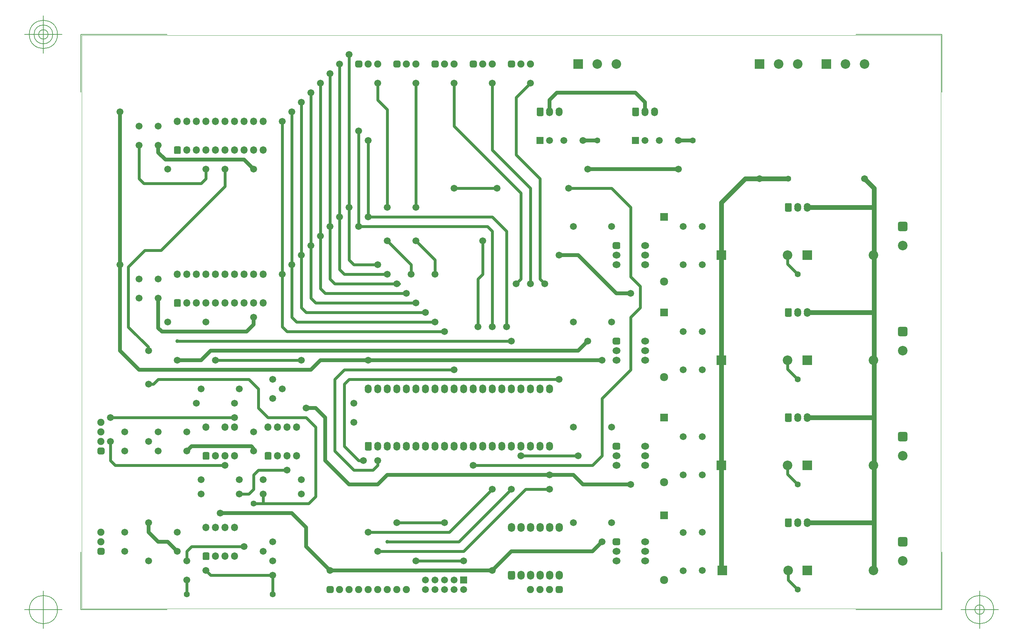
<source format=gbr>
G04 Generated by Ultiboard 14.3 *
%FSLAX35Y35*%
%MOMM*%

%ADD10C,0.00001*%
%ADD11C,0.00100*%
%ADD12C,0.76200*%
%ADD13C,1.01600*%
%ADD14C,1.27000*%
%ADD15C,0.12700*%
%ADD16C,0.00127*%
%ADD17C,0.99492*%
%ADD18C,0.76200*%
%ADD19C,1.82880*%
%ADD20C,1.01600*%
%ADD21C,1.90500*%
%ADD22C,1.60000*%
%ADD23R,2.54000X2.54000*%
%ADD24C,2.54000*%
%ADD25R,2.15900X2.15900*%
%ADD26C,2.15900*%
%ADD27C,1.82880*%
%ADD28R,1.82880X1.82880*%
%ADD29C,1.00000*%


G04 ColorRGB 00FF00 for the following layer *
%LNCopper Top*%
%LPD*%
G54D10*
G54D11*
G36*
X12604750Y462496D02*
X12604750Y553504D01*
X12795250Y553504D01*
X12795250Y462496D01*
X12604750Y462496D01*
G37*
G36*
X12654496Y412750D02*
X12654496Y603250D01*
X12745504Y603250D01*
X12745504Y412750D01*
X12654496Y412750D01*
G37*
G36*
X14122400Y1724660D02*
X14122400Y1831340D01*
X14325600Y1831340D01*
X14325600Y1724660D01*
X14122400Y1724660D01*
G37*
G36*
X14160500Y1686560D02*
X14160500Y1869440D01*
X14287500Y1869440D01*
X14287500Y1686560D01*
X14160500Y1686560D01*
G37*
G36*
X14213840Y1432560D02*
X14213840Y1615440D01*
X14234160Y1615440D01*
X14234160Y1432560D01*
X14213840Y1432560D01*
G37*
G36*
X14213840Y1178560D02*
X14213840Y1361440D01*
X14234160Y1361440D01*
X14234160Y1178560D01*
X14213840Y1178560D01*
G37*
G36*
X14975840Y1178560D02*
X14975840Y1361440D01*
X14996160Y1361440D01*
X14996160Y1178560D01*
X14975840Y1178560D01*
G37*
G36*
X14975840Y1432560D02*
X14975840Y1615440D01*
X14996160Y1615440D01*
X14996160Y1432560D01*
X14975840Y1432560D01*
G37*
G36*
X14975840Y1686560D02*
X14975840Y1869440D01*
X14996160Y1869440D01*
X14996160Y1686560D01*
X14975840Y1686560D01*
G37*
G36*
X21717000Y1701800D02*
X21717000Y1854200D01*
X21971000Y1854200D01*
X21971000Y1701800D01*
X21717000Y1701800D01*
G37*
G36*
X21767800Y1651000D02*
X21767800Y1905000D01*
X21920200Y1905000D01*
X21920200Y1651000D01*
X21767800Y1651000D01*
G37*
G36*
X18958560Y2263140D02*
X18958560Y2308860D01*
X19141440Y2308860D01*
X19141440Y2263140D01*
X18958560Y2263140D01*
G37*
G36*
X19212560Y2263140D02*
X19212560Y2308860D01*
X19395440Y2308860D01*
X19395440Y2263140D01*
X19212560Y2263140D01*
G37*
G36*
X18704560Y2209800D02*
X18704560Y2362200D01*
X18887440Y2362200D01*
X18887440Y2209800D01*
X18704560Y2209800D01*
G37*
G36*
X18742660Y2171700D02*
X18742660Y2400300D01*
X18849340Y2400300D01*
X18849340Y2171700D01*
X18742660Y2171700D01*
G37*
G36*
X14122400Y4264660D02*
X14122400Y4371340D01*
X14325600Y4371340D01*
X14325600Y4264660D01*
X14122400Y4264660D01*
G37*
G36*
X14160500Y4226560D02*
X14160500Y4409440D01*
X14287500Y4409440D01*
X14287500Y4226560D01*
X14160500Y4226560D01*
G37*
G36*
X14213840Y3972560D02*
X14213840Y4155440D01*
X14234160Y4155440D01*
X14234160Y3972560D01*
X14213840Y3972560D01*
G37*
G36*
X14213840Y3718560D02*
X14213840Y3901440D01*
X14234160Y3901440D01*
X14234160Y3718560D01*
X14213840Y3718560D01*
G37*
G36*
X14975840Y3718560D02*
X14975840Y3901440D01*
X14996160Y3901440D01*
X14996160Y3718560D01*
X14975840Y3718560D01*
G37*
G36*
X14975840Y3972560D02*
X14975840Y4155440D01*
X14996160Y4155440D01*
X14996160Y3972560D01*
X14975840Y3972560D01*
G37*
G36*
X14975840Y4226560D02*
X14975840Y4409440D01*
X14996160Y4409440D01*
X14996160Y4226560D01*
X14975840Y4226560D01*
G37*
G36*
X21717000Y4495800D02*
X21717000Y4648200D01*
X21971000Y4648200D01*
X21971000Y4495800D01*
X21717000Y4495800D01*
G37*
G36*
X21767800Y4445000D02*
X21767800Y4699000D01*
X21920200Y4699000D01*
X21920200Y4445000D01*
X21767800Y4445000D01*
G37*
G36*
X18958560Y5057140D02*
X18958560Y5102860D01*
X19141440Y5102860D01*
X19141440Y5057140D01*
X18958560Y5057140D01*
G37*
G36*
X19212560Y5057140D02*
X19212560Y5102860D01*
X19395440Y5102860D01*
X19395440Y5057140D01*
X19212560Y5057140D01*
G37*
G36*
X18704560Y5003800D02*
X18704560Y5156200D01*
X18887440Y5156200D01*
X18887440Y5003800D01*
X18704560Y5003800D01*
G37*
G36*
X18742660Y4965700D02*
X18742660Y5194300D01*
X18849340Y5194300D01*
X18849340Y4965700D01*
X18742660Y4965700D01*
G37*
G36*
X14122400Y7058660D02*
X14122400Y7165340D01*
X14325600Y7165340D01*
X14325600Y7058660D01*
X14122400Y7058660D01*
G37*
G36*
X14160500Y7020560D02*
X14160500Y7203440D01*
X14287500Y7203440D01*
X14287500Y7020560D01*
X14160500Y7020560D01*
G37*
G36*
X14213840Y6766560D02*
X14213840Y6949440D01*
X14234160Y6949440D01*
X14234160Y6766560D01*
X14213840Y6766560D01*
G37*
G36*
X14213840Y6512560D02*
X14213840Y6695440D01*
X14234160Y6695440D01*
X14234160Y6512560D01*
X14213840Y6512560D01*
G37*
G36*
X14975840Y6512560D02*
X14975840Y6695440D01*
X14996160Y6695440D01*
X14996160Y6512560D01*
X14975840Y6512560D01*
G37*
G36*
X14975840Y6766560D02*
X14975840Y6949440D01*
X14996160Y6949440D01*
X14996160Y6766560D01*
X14975840Y6766560D01*
G37*
G36*
X14975840Y7020560D02*
X14975840Y7203440D01*
X14996160Y7203440D01*
X14996160Y7020560D01*
X14975840Y7020560D01*
G37*
G36*
X21717000Y7289800D02*
X21717000Y7442200D01*
X21971000Y7442200D01*
X21971000Y7289800D01*
X21717000Y7289800D01*
G37*
G36*
X21767800Y7239000D02*
X21767800Y7493000D01*
X21920200Y7493000D01*
X21920200Y7239000D01*
X21767800Y7239000D01*
G37*
G36*
X18958560Y7851140D02*
X18958560Y7896860D01*
X19141440Y7896860D01*
X19141440Y7851140D01*
X18958560Y7851140D01*
G37*
G36*
X19212560Y7851140D02*
X19212560Y7896860D01*
X19395440Y7896860D01*
X19395440Y7851140D01*
X19212560Y7851140D01*
G37*
G36*
X18704560Y7797800D02*
X18704560Y7950200D01*
X18887440Y7950200D01*
X18887440Y7797800D01*
X18704560Y7797800D01*
G37*
G36*
X18742660Y7759700D02*
X18742660Y7988300D01*
X18849340Y7988300D01*
X18849340Y7759700D01*
X18742660Y7759700D01*
G37*
G36*
X14122400Y9598660D02*
X14122400Y9705340D01*
X14325600Y9705340D01*
X14325600Y9598660D01*
X14122400Y9598660D01*
G37*
G36*
X14160500Y9560560D02*
X14160500Y9743440D01*
X14287500Y9743440D01*
X14287500Y9560560D01*
X14160500Y9560560D01*
G37*
G36*
X14213840Y9306560D02*
X14213840Y9489440D01*
X14234160Y9489440D01*
X14234160Y9306560D01*
X14213840Y9306560D01*
G37*
G36*
X14213840Y9052560D02*
X14213840Y9235440D01*
X14234160Y9235440D01*
X14234160Y9052560D01*
X14213840Y9052560D01*
G37*
G36*
X14975840Y9052560D02*
X14975840Y9235440D01*
X14996160Y9235440D01*
X14996160Y9052560D01*
X14975840Y9052560D01*
G37*
G36*
X14975840Y9306560D02*
X14975840Y9489440D01*
X14996160Y9489440D01*
X14996160Y9306560D01*
X14975840Y9306560D01*
G37*
G36*
X14975840Y9560560D02*
X14975840Y9743440D01*
X14996160Y9743440D01*
X14996160Y9560560D01*
X14975840Y9560560D01*
G37*
G36*
X21717000Y10083800D02*
X21717000Y10236200D01*
X21971000Y10236200D01*
X21971000Y10083800D01*
X21717000Y10083800D01*
G37*
G36*
X21767800Y10033000D02*
X21767800Y10287000D01*
X21920200Y10287000D01*
X21920200Y10033000D01*
X21767800Y10033000D01*
G37*
G36*
X18958560Y10645140D02*
X18958560Y10690860D01*
X19141440Y10690860D01*
X19141440Y10645140D01*
X18958560Y10645140D01*
G37*
G36*
X19212560Y10645140D02*
X19212560Y10690860D01*
X19395440Y10690860D01*
X19395440Y10645140D01*
X19212560Y10645140D01*
G37*
G36*
X18704560Y10591800D02*
X18704560Y10744200D01*
X18887440Y10744200D01*
X18887440Y10591800D01*
X18704560Y10591800D01*
G37*
G36*
X18742660Y10553700D02*
X18742660Y10782300D01*
X18849340Y10782300D01*
X18849340Y10553700D01*
X18742660Y10553700D01*
G37*
G36*
X412750Y1478496D02*
X412750Y1569504D01*
X603250Y1569504D01*
X603250Y1478496D01*
X412750Y1478496D01*
G37*
G36*
X462496Y1428750D02*
X462496Y1619250D01*
X553504Y1619250D01*
X553504Y1428750D01*
X462496Y1428750D01*
G37*
G36*
X3464560Y1386840D02*
X3464560Y1407160D01*
X3647440Y1407160D01*
X3647440Y1386840D01*
X3464560Y1386840D01*
G37*
G36*
X3718560Y1386840D02*
X3718560Y1407160D01*
X3901440Y1407160D01*
X3901440Y1386840D01*
X3718560Y1386840D01*
G37*
G36*
X3972560Y1386840D02*
X3972560Y1407160D01*
X4155440Y1407160D01*
X4155440Y1386840D01*
X3972560Y1386840D01*
G37*
G36*
X3210560Y2148840D02*
X3210560Y2169160D01*
X3393440Y2169160D01*
X3393440Y2148840D01*
X3210560Y2148840D01*
G37*
G36*
X3464560Y2148840D02*
X3464560Y2169160D01*
X3647440Y2169160D01*
X3647440Y2148840D01*
X3464560Y2148840D01*
G37*
G36*
X3718560Y2148840D02*
X3718560Y2169160D01*
X3901440Y2169160D01*
X3901440Y2148840D01*
X3718560Y2148840D01*
G37*
G36*
X3972560Y2148840D02*
X3972560Y2169160D01*
X4155440Y2169160D01*
X4155440Y2148840D01*
X3972560Y2148840D01*
G37*
G36*
X3210560Y1333500D02*
X3210560Y1460500D01*
X3393440Y1460500D01*
X3393440Y1333500D01*
X3210560Y1333500D01*
G37*
G36*
X3248660Y1295400D02*
X3248660Y1498600D01*
X3355340Y1498600D01*
X3355340Y1295400D01*
X3248660Y1295400D01*
G37*
G36*
X8798560Y4295140D02*
X8798560Y4340860D01*
X8981440Y4340860D01*
X8981440Y4295140D01*
X8798560Y4295140D01*
G37*
G36*
X8036560Y4295140D02*
X8036560Y4340860D01*
X8219440Y4340860D01*
X8219440Y4295140D01*
X8036560Y4295140D01*
G37*
G36*
X7782560Y4295140D02*
X7782560Y4340860D01*
X7965440Y4340860D01*
X7965440Y4295140D01*
X7782560Y4295140D01*
G37*
G36*
X7528560Y4241800D02*
X7528560Y4394200D01*
X7711440Y4394200D01*
X7711440Y4241800D01*
X7528560Y4241800D01*
G37*
G36*
X7566660Y4203700D02*
X7566660Y4432300D01*
X7673340Y4432300D01*
X7673340Y4203700D01*
X7566660Y4203700D01*
G37*
G36*
X8544560Y4295140D02*
X8544560Y4340860D01*
X8727440Y4340860D01*
X8727440Y4295140D01*
X8544560Y4295140D01*
G37*
G36*
X8290560Y4295140D02*
X8290560Y4340860D01*
X8473440Y4340860D01*
X8473440Y4295140D01*
X8290560Y4295140D01*
G37*
G36*
X10322560Y4295140D02*
X10322560Y4340860D01*
X10505440Y4340860D01*
X10505440Y4295140D01*
X10322560Y4295140D01*
G37*
G36*
X9560560Y4295140D02*
X9560560Y4340860D01*
X9743440Y4340860D01*
X9743440Y4295140D01*
X9560560Y4295140D01*
G37*
G36*
X9306560Y4295140D02*
X9306560Y4340860D01*
X9489440Y4340860D01*
X9489440Y4295140D01*
X9306560Y4295140D01*
G37*
G36*
X9052560Y4295140D02*
X9052560Y4340860D01*
X9235440Y4340860D01*
X9235440Y4295140D01*
X9052560Y4295140D01*
G37*
G36*
X9814560Y4295140D02*
X9814560Y4340860D01*
X9997440Y4340860D01*
X9997440Y4295140D01*
X9814560Y4295140D01*
G37*
G36*
X10068560Y4295140D02*
X10068560Y4340860D01*
X10251440Y4340860D01*
X10251440Y4295140D01*
X10068560Y4295140D01*
G37*
G36*
X11084560Y4295140D02*
X11084560Y4340860D01*
X11267440Y4340860D01*
X11267440Y4295140D01*
X11084560Y4295140D01*
G37*
G36*
X10576560Y4295140D02*
X10576560Y4340860D01*
X10759440Y4340860D01*
X10759440Y4295140D01*
X10576560Y4295140D01*
G37*
G36*
X10830560Y4295140D02*
X10830560Y4340860D01*
X11013440Y4340860D01*
X11013440Y4295140D01*
X10830560Y4295140D01*
G37*
G36*
X11846560Y4295140D02*
X11846560Y4340860D01*
X12029440Y4340860D01*
X12029440Y4295140D01*
X11846560Y4295140D01*
G37*
G36*
X11338560Y4295140D02*
X11338560Y4340860D01*
X11521440Y4340860D01*
X11521440Y4295140D01*
X11338560Y4295140D01*
G37*
G36*
X11592560Y4295140D02*
X11592560Y4340860D01*
X11775440Y4340860D01*
X11775440Y4295140D01*
X11592560Y4295140D01*
G37*
G36*
X12100560Y4295140D02*
X12100560Y4340860D01*
X12283440Y4340860D01*
X12283440Y4295140D01*
X12100560Y4295140D01*
G37*
G36*
X12354560Y4295140D02*
X12354560Y4340860D01*
X12537440Y4340860D01*
X12537440Y4295140D01*
X12354560Y4295140D01*
G37*
G36*
X8798560Y5819140D02*
X8798560Y5864860D01*
X8981440Y5864860D01*
X8981440Y5819140D01*
X8798560Y5819140D01*
G37*
G36*
X8036560Y5819140D02*
X8036560Y5864860D01*
X8219440Y5864860D01*
X8219440Y5819140D01*
X8036560Y5819140D01*
G37*
G36*
X7782560Y5819140D02*
X7782560Y5864860D01*
X7965440Y5864860D01*
X7965440Y5819140D01*
X7782560Y5819140D01*
G37*
G36*
X8544560Y5819140D02*
X8544560Y5864860D01*
X8727440Y5864860D01*
X8727440Y5819140D01*
X8544560Y5819140D01*
G37*
G36*
X8290560Y5819140D02*
X8290560Y5864860D01*
X8473440Y5864860D01*
X8473440Y5819140D01*
X8290560Y5819140D01*
G37*
G36*
X10322560Y5819140D02*
X10322560Y5864860D01*
X10505440Y5864860D01*
X10505440Y5819140D01*
X10322560Y5819140D01*
G37*
G36*
X9560560Y5819140D02*
X9560560Y5864860D01*
X9743440Y5864860D01*
X9743440Y5819140D01*
X9560560Y5819140D01*
G37*
G36*
X9306560Y5819140D02*
X9306560Y5864860D01*
X9489440Y5864860D01*
X9489440Y5819140D01*
X9306560Y5819140D01*
G37*
G36*
X9052560Y5819140D02*
X9052560Y5864860D01*
X9235440Y5864860D01*
X9235440Y5819140D01*
X9052560Y5819140D01*
G37*
G36*
X10068560Y5819140D02*
X10068560Y5864860D01*
X10251440Y5864860D01*
X10251440Y5819140D01*
X10068560Y5819140D01*
G37*
G36*
X9814560Y5819140D02*
X9814560Y5864860D01*
X9997440Y5864860D01*
X9997440Y5819140D01*
X9814560Y5819140D01*
G37*
G36*
X11084560Y5819140D02*
X11084560Y5864860D01*
X11267440Y5864860D01*
X11267440Y5819140D01*
X11084560Y5819140D01*
G37*
G36*
X10830560Y5819140D02*
X10830560Y5864860D01*
X11013440Y5864860D01*
X11013440Y5819140D01*
X10830560Y5819140D01*
G37*
G36*
X10576560Y5819140D02*
X10576560Y5864860D01*
X10759440Y5864860D01*
X10759440Y5819140D01*
X10576560Y5819140D01*
G37*
G36*
X11846560Y5819140D02*
X11846560Y5864860D01*
X12029440Y5864860D01*
X12029440Y5819140D01*
X11846560Y5819140D01*
G37*
G36*
X11592560Y5819140D02*
X11592560Y5864860D01*
X11775440Y5864860D01*
X11775440Y5819140D01*
X11592560Y5819140D01*
G37*
G36*
X11338560Y5819140D02*
X11338560Y5864860D01*
X11521440Y5864860D01*
X11521440Y5819140D01*
X11338560Y5819140D01*
G37*
G36*
X12100560Y5819140D02*
X12100560Y5864860D01*
X12283440Y5864860D01*
X12283440Y5819140D01*
X12100560Y5819140D01*
G37*
G36*
X12354560Y5819140D02*
X12354560Y5864860D01*
X12537440Y5864860D01*
X12537440Y5819140D01*
X12354560Y5819140D01*
G37*
G36*
X7528560Y5819140D02*
X7528560Y5864860D01*
X7711440Y5864860D01*
X7711440Y5819140D01*
X7528560Y5819140D01*
G37*
G36*
X3464560Y4053840D02*
X3464560Y4074160D01*
X3647440Y4074160D01*
X3647440Y4053840D01*
X3464560Y4053840D01*
G37*
G36*
X3718560Y4053840D02*
X3718560Y4074160D01*
X3901440Y4074160D01*
X3901440Y4053840D01*
X3718560Y4053840D01*
G37*
G36*
X3972560Y4053840D02*
X3972560Y4074160D01*
X4155440Y4074160D01*
X4155440Y4053840D01*
X3972560Y4053840D01*
G37*
G36*
X3210560Y4815840D02*
X3210560Y4836160D01*
X3393440Y4836160D01*
X3393440Y4815840D01*
X3210560Y4815840D01*
G37*
G36*
X3718560Y4815840D02*
X3718560Y4836160D01*
X3901440Y4836160D01*
X3901440Y4815840D01*
X3718560Y4815840D01*
G37*
G36*
X3972560Y4815840D02*
X3972560Y4836160D01*
X4155440Y4836160D01*
X4155440Y4815840D01*
X3972560Y4815840D01*
G37*
G36*
X3210560Y4000500D02*
X3210560Y4127500D01*
X3393440Y4127500D01*
X3393440Y4000500D01*
X3210560Y4000500D01*
G37*
G36*
X3248660Y3962400D02*
X3248660Y4165600D01*
X3355340Y4165600D01*
X3355340Y3962400D01*
X3248660Y3962400D01*
G37*
G36*
X5115560Y4053840D02*
X5115560Y4074160D01*
X5298440Y4074160D01*
X5298440Y4053840D01*
X5115560Y4053840D01*
G37*
G36*
X5369560Y4053840D02*
X5369560Y4074160D01*
X5552440Y4074160D01*
X5552440Y4053840D01*
X5369560Y4053840D01*
G37*
G36*
X5623560Y4053840D02*
X5623560Y4074160D01*
X5806440Y4074160D01*
X5806440Y4053840D01*
X5623560Y4053840D01*
G37*
G36*
X4861560Y4815840D02*
X4861560Y4836160D01*
X5044440Y4836160D01*
X5044440Y4815840D01*
X4861560Y4815840D01*
G37*
G36*
X5115560Y4815840D02*
X5115560Y4836160D01*
X5298440Y4836160D01*
X5298440Y4815840D01*
X5115560Y4815840D01*
G37*
G36*
X5369560Y4815840D02*
X5369560Y4836160D01*
X5552440Y4836160D01*
X5552440Y4815840D01*
X5369560Y4815840D01*
G37*
G36*
X5623560Y4815840D02*
X5623560Y4836160D01*
X5806440Y4836160D01*
X5806440Y4815840D01*
X5623560Y4815840D01*
G37*
G36*
X4861560Y4000500D02*
X4861560Y4127500D01*
X5044440Y4127500D01*
X5044440Y4000500D01*
X4861560Y4000500D01*
G37*
G36*
X4899660Y3962400D02*
X4899660Y4165600D01*
X5006340Y4165600D01*
X5006340Y3962400D01*
X4899660Y3962400D01*
G37*
G36*
X412750Y4145496D02*
X412750Y4236504D01*
X603250Y4236504D01*
X603250Y4145496D01*
X412750Y4145496D01*
G37*
G36*
X462496Y4095750D02*
X462496Y4286250D01*
X553504Y4286250D01*
X553504Y4095750D01*
X462496Y4095750D01*
G37*
G36*
X2448560Y8064500D02*
X2448560Y8191500D01*
X2631440Y8191500D01*
X2631440Y8064500D01*
X2448560Y8064500D01*
G37*
G36*
X2486660Y8026400D02*
X2486660Y8229600D01*
X2593340Y8229600D01*
X2593340Y8026400D01*
X2486660Y8026400D01*
G37*
G36*
X2702560Y8117840D02*
X2702560Y8138160D01*
X2885440Y8138160D01*
X2885440Y8117840D01*
X2702560Y8117840D01*
G37*
G36*
X2956560Y8117840D02*
X2956560Y8138160D01*
X3139440Y8138160D01*
X3139440Y8117840D01*
X2956560Y8117840D01*
G37*
G36*
X3210560Y8117840D02*
X3210560Y8138160D01*
X3393440Y8138160D01*
X3393440Y8117840D01*
X3210560Y8117840D01*
G37*
G36*
X3464560Y8117840D02*
X3464560Y8138160D01*
X3647440Y8138160D01*
X3647440Y8117840D01*
X3464560Y8117840D01*
G37*
G36*
X3718560Y8117840D02*
X3718560Y8138160D01*
X3901440Y8138160D01*
X3901440Y8117840D01*
X3718560Y8117840D01*
G37*
G36*
X3972560Y8117840D02*
X3972560Y8138160D01*
X4155440Y8138160D01*
X4155440Y8117840D01*
X3972560Y8117840D01*
G37*
G36*
X4226560Y8117840D02*
X4226560Y8138160D01*
X4409440Y8138160D01*
X4409440Y8117840D01*
X4226560Y8117840D01*
G37*
G36*
X4480560Y8117840D02*
X4480560Y8138160D01*
X4663440Y8138160D01*
X4663440Y8117840D01*
X4480560Y8117840D01*
G37*
G36*
X4734560Y8117840D02*
X4734560Y8138160D01*
X4917440Y8138160D01*
X4917440Y8117840D01*
X4734560Y8117840D01*
G37*
G36*
X2702560Y8879840D02*
X2702560Y8900160D01*
X2885440Y8900160D01*
X2885440Y8879840D01*
X2702560Y8879840D01*
G37*
G36*
X2956560Y8879840D02*
X2956560Y8900160D01*
X3139440Y8900160D01*
X3139440Y8879840D01*
X2956560Y8879840D01*
G37*
G36*
X3210560Y8879840D02*
X3210560Y8900160D01*
X3393440Y8900160D01*
X3393440Y8879840D01*
X3210560Y8879840D01*
G37*
G36*
X3464560Y8879840D02*
X3464560Y8900160D01*
X3647440Y8900160D01*
X3647440Y8879840D01*
X3464560Y8879840D01*
G37*
G36*
X3718560Y8879840D02*
X3718560Y8900160D01*
X3901440Y8900160D01*
X3901440Y8879840D01*
X3718560Y8879840D01*
G37*
G36*
X3972560Y8879840D02*
X3972560Y8900160D01*
X4155440Y8900160D01*
X4155440Y8879840D01*
X3972560Y8879840D01*
G37*
G36*
X4226560Y8879840D02*
X4226560Y8900160D01*
X4409440Y8900160D01*
X4409440Y8879840D01*
X4226560Y8879840D01*
G37*
G36*
X4480560Y8879840D02*
X4480560Y8900160D01*
X4663440Y8900160D01*
X4663440Y8879840D01*
X4480560Y8879840D01*
G37*
G36*
X4734560Y8879840D02*
X4734560Y8900160D01*
X4917440Y8900160D01*
X4917440Y8879840D01*
X4734560Y8879840D01*
G37*
G36*
X2448560Y8879840D02*
X2448560Y8900160D01*
X2631440Y8900160D01*
X2631440Y8879840D01*
X2448560Y8879840D01*
G37*
G36*
X2448560Y12128500D02*
X2448560Y12255500D01*
X2631440Y12255500D01*
X2631440Y12128500D01*
X2448560Y12128500D01*
G37*
G36*
X2486660Y12090400D02*
X2486660Y12293600D01*
X2593340Y12293600D01*
X2593340Y12090400D01*
X2486660Y12090400D01*
G37*
G36*
X2702560Y12181840D02*
X2702560Y12202160D01*
X2885440Y12202160D01*
X2885440Y12181840D01*
X2702560Y12181840D01*
G37*
G36*
X2956560Y12181840D02*
X2956560Y12202160D01*
X3139440Y12202160D01*
X3139440Y12181840D01*
X2956560Y12181840D01*
G37*
G36*
X3210560Y12181840D02*
X3210560Y12202160D01*
X3393440Y12202160D01*
X3393440Y12181840D01*
X3210560Y12181840D01*
G37*
G36*
X3464560Y12181840D02*
X3464560Y12202160D01*
X3647440Y12202160D01*
X3647440Y12181840D01*
X3464560Y12181840D01*
G37*
G36*
X3718560Y12181840D02*
X3718560Y12202160D01*
X3901440Y12202160D01*
X3901440Y12181840D01*
X3718560Y12181840D01*
G37*
G36*
X3972560Y12181840D02*
X3972560Y12202160D01*
X4155440Y12202160D01*
X4155440Y12181840D01*
X3972560Y12181840D01*
G37*
G36*
X4226560Y12181840D02*
X4226560Y12202160D01*
X4409440Y12202160D01*
X4409440Y12181840D01*
X4226560Y12181840D01*
G37*
G36*
X4480560Y12181840D02*
X4480560Y12202160D01*
X4663440Y12202160D01*
X4663440Y12181840D01*
X4480560Y12181840D01*
G37*
G36*
X4734560Y12181840D02*
X4734560Y12202160D01*
X4917440Y12202160D01*
X4917440Y12181840D01*
X4734560Y12181840D01*
G37*
G36*
X2702560Y12943840D02*
X2702560Y12964160D01*
X2885440Y12964160D01*
X2885440Y12943840D01*
X2702560Y12943840D01*
G37*
G36*
X2956560Y12943840D02*
X2956560Y12964160D01*
X3139440Y12964160D01*
X3139440Y12943840D01*
X2956560Y12943840D01*
G37*
G36*
X3210560Y12943840D02*
X3210560Y12964160D01*
X3393440Y12964160D01*
X3393440Y12943840D01*
X3210560Y12943840D01*
G37*
G36*
X3464560Y12943840D02*
X3464560Y12964160D01*
X3647440Y12964160D01*
X3647440Y12943840D01*
X3464560Y12943840D01*
G37*
G36*
X3718560Y12943840D02*
X3718560Y12964160D01*
X3901440Y12964160D01*
X3901440Y12943840D01*
X3718560Y12943840D01*
G37*
G36*
X3972560Y12943840D02*
X3972560Y12964160D01*
X4155440Y12964160D01*
X4155440Y12943840D01*
X3972560Y12943840D01*
G37*
G36*
X4226560Y12943840D02*
X4226560Y12964160D01*
X4409440Y12964160D01*
X4409440Y12943840D01*
X4226560Y12943840D01*
G37*
G36*
X4480560Y12943840D02*
X4480560Y12964160D01*
X4663440Y12964160D01*
X4663440Y12943840D01*
X4480560Y12943840D01*
G37*
G36*
X4734560Y12943840D02*
X4734560Y12964160D01*
X4917440Y12964160D01*
X4917440Y12943840D01*
X4734560Y12943840D01*
G37*
G36*
X2448560Y12943840D02*
X2448560Y12964160D01*
X2631440Y12964160D01*
X2631440Y12943840D01*
X2448560Y12943840D01*
G37*
G36*
X11334750Y812800D02*
X11334750Y965200D01*
X11525250Y965200D01*
X11525250Y812800D01*
X11334750Y812800D01*
G37*
G36*
X11372850Y774700D02*
X11372850Y1003300D01*
X11487150Y1003300D01*
X11487150Y774700D01*
X11372850Y774700D01*
G37*
G36*
X11588750Y866140D02*
X11588750Y911860D01*
X11779250Y911860D01*
X11779250Y866140D01*
X11588750Y866140D01*
G37*
G36*
X11680190Y774700D02*
X11680190Y1003300D01*
X11687810Y1003300D01*
X11687810Y774700D01*
X11680190Y774700D01*
G37*
G36*
X11842750Y866140D02*
X11842750Y911860D01*
X12033250Y911860D01*
X12033250Y866140D01*
X11842750Y866140D01*
G37*
G36*
X11934190Y774700D02*
X11934190Y1003300D01*
X11941810Y1003300D01*
X11941810Y774700D01*
X11934190Y774700D01*
G37*
G36*
X12096750Y866140D02*
X12096750Y911860D01*
X12287250Y911860D01*
X12287250Y866140D01*
X12096750Y866140D01*
G37*
G36*
X12188190Y774700D02*
X12188190Y1003300D01*
X12195810Y1003300D01*
X12195810Y774700D01*
X12188190Y774700D01*
G37*
G36*
X12350750Y866140D02*
X12350750Y911860D01*
X12541250Y911860D01*
X12541250Y866140D01*
X12350750Y866140D01*
G37*
G36*
X12442190Y774700D02*
X12442190Y1003300D01*
X12449810Y1003300D01*
X12449810Y774700D01*
X12442190Y774700D01*
G37*
G36*
X11334750Y2136140D02*
X11334750Y2181860D01*
X11525250Y2181860D01*
X11525250Y2136140D01*
X11334750Y2136140D01*
G37*
G36*
X11426190Y2044700D02*
X11426190Y2273300D01*
X11433810Y2273300D01*
X11433810Y2044700D01*
X11426190Y2044700D01*
G37*
G36*
X11588750Y2136140D02*
X11588750Y2181860D01*
X11779250Y2181860D01*
X11779250Y2136140D01*
X11588750Y2136140D01*
G37*
G36*
X11680190Y2044700D02*
X11680190Y2273300D01*
X11687810Y2273300D01*
X11687810Y2044700D01*
X11680190Y2044700D01*
G37*
G36*
X11842750Y2136140D02*
X11842750Y2181860D01*
X12033250Y2181860D01*
X12033250Y2136140D01*
X11842750Y2136140D01*
G37*
G36*
X11934190Y2044700D02*
X11934190Y2273300D01*
X11941810Y2273300D01*
X11941810Y2044700D01*
X11934190Y2044700D01*
G37*
G36*
X12096750Y2136140D02*
X12096750Y2181860D01*
X12287250Y2181860D01*
X12287250Y2136140D01*
X12096750Y2136140D01*
G37*
G36*
X12188190Y2044700D02*
X12188190Y2273300D01*
X12195810Y2273300D01*
X12195810Y2044700D01*
X12188190Y2044700D01*
G37*
G36*
X12350750Y2136140D02*
X12350750Y2181860D01*
X12541250Y2181860D01*
X12541250Y2136140D01*
X12350750Y2136140D01*
G37*
G36*
X12442190Y2044700D02*
X12442190Y2273300D01*
X12449810Y2273300D01*
X12449810Y2044700D01*
X12442190Y2044700D01*
G37*
G36*
X12604750Y2136140D02*
X12604750Y2181860D01*
X12795250Y2181860D01*
X12795250Y2136140D01*
X12604750Y2136140D01*
G37*
G36*
X12696190Y2044700D02*
X12696190Y2273300D01*
X12703810Y2273300D01*
X12703810Y2044700D01*
X12696190Y2044700D01*
G37*
G36*
X12604750Y866140D02*
X12604750Y911860D01*
X12795250Y911860D01*
X12795250Y866140D01*
X12604750Y866140D01*
G37*
G36*
X12696190Y774700D02*
X12696190Y1003300D01*
X12703810Y1003300D01*
X12703810Y774700D01*
X12696190Y774700D01*
G37*
G36*
X12354560Y13185140D02*
X12354560Y13230860D01*
X12537440Y13230860D01*
X12537440Y13185140D01*
X12354560Y13185140D01*
G37*
G36*
X12608560Y13185140D02*
X12608560Y13230860D01*
X12791440Y13230860D01*
X12791440Y13185140D01*
X12608560Y13185140D01*
G37*
G36*
X12100560Y13131800D02*
X12100560Y13284200D01*
X12283440Y13284200D01*
X12283440Y13131800D01*
X12100560Y13131800D01*
G37*
G36*
X12138660Y13093700D02*
X12138660Y13322300D01*
X12245340Y13322300D01*
X12245340Y13093700D01*
X12138660Y13093700D01*
G37*
G36*
X14894560Y13185140D02*
X14894560Y13230860D01*
X15077440Y13230860D01*
X15077440Y13185140D01*
X14894560Y13185140D01*
G37*
G36*
X15148560Y13185140D02*
X15148560Y13230860D01*
X15331440Y13230860D01*
X15331440Y13185140D01*
X15148560Y13185140D01*
G37*
G36*
X14640560Y13131800D02*
X14640560Y13284200D01*
X14823440Y13284200D01*
X14823440Y13131800D01*
X14640560Y13131800D01*
G37*
G36*
X14678660Y13093700D02*
X14678660Y13322300D01*
X14785340Y13322300D01*
X14785340Y13093700D01*
X14678660Y13093700D01*
G37*
G36*
X7270750Y14432496D02*
X7270750Y14523504D01*
X7461250Y14523504D01*
X7461250Y14432496D01*
X7270750Y14432496D01*
G37*
G36*
X7320496Y14382750D02*
X7320496Y14573250D01*
X7411504Y14573250D01*
X7411504Y14382750D01*
X7320496Y14382750D01*
G37*
G36*
X8286750Y14432496D02*
X8286750Y14523504D01*
X8477250Y14523504D01*
X8477250Y14432496D01*
X8286750Y14432496D01*
G37*
G36*
X8336496Y14382750D02*
X8336496Y14573250D01*
X8427504Y14573250D01*
X8427504Y14382750D01*
X8336496Y14382750D01*
G37*
G36*
X9302750Y14432496D02*
X9302750Y14523504D01*
X9493250Y14523504D01*
X9493250Y14432496D01*
X9302750Y14432496D01*
G37*
G36*
X9352496Y14382750D02*
X9352496Y14573250D01*
X9443504Y14573250D01*
X9443504Y14382750D01*
X9352496Y14382750D01*
G37*
G36*
X10318750Y14432496D02*
X10318750Y14523504D01*
X10509250Y14523504D01*
X10509250Y14432496D01*
X10318750Y14432496D01*
G37*
G36*
X10368496Y14382750D02*
X10368496Y14573250D01*
X10459504Y14573250D01*
X10459504Y14382750D01*
X10368496Y14382750D01*
G37*
G36*
X11334750Y14432496D02*
X11334750Y14523504D01*
X11525250Y14523504D01*
X11525250Y14432496D01*
X11334750Y14432496D01*
G37*
G36*
X11384496Y14382750D02*
X11384496Y14573250D01*
X11475504Y14573250D01*
X11475504Y14382750D01*
X11384496Y14382750D01*
G37*
G36*
X6508750Y462496D02*
X6508750Y553504D01*
X6699250Y553504D01*
X6699250Y462496D01*
X6508750Y462496D01*
G37*
G36*
X6558496Y412750D02*
X6558496Y603250D01*
X6649504Y603250D01*
X6649504Y412750D01*
X6558496Y412750D01*
G37*
G54D12*
X10922000Y10414000D02*
X11303000Y10033000D01*
X10541000Y8763000D02*
X10541000Y7493000D01*
X10541000Y8763000D02*
X10668000Y8890000D01*
X10668000Y9779000D01*
X11557000Y8636000D02*
X11684000Y8763000D01*
X11684000Y11049000D01*
X12319000Y8636000D02*
X12192000Y8763000D01*
X12192000Y11430000D01*
X8382000Y2286000D02*
X9652000Y2286000D01*
X18777500Y9398000D02*
X18777500Y9162500D01*
X19050000Y8890000D01*
X18777500Y6604000D02*
X18777500Y6368500D01*
X19050000Y6096000D01*
X2794000Y381000D02*
X2794000Y762000D01*
X5842000Y8001000D02*
X5842000Y13462000D01*
X5842000Y8001000D02*
X5969000Y7874000D01*
X9144000Y7874000D01*
X7112000Y9271000D02*
X7112000Y14732000D01*
X7112000Y9271000D02*
X7239000Y9144000D01*
X7874000Y9144000D01*
X6604000Y8763000D02*
X6604000Y14224000D01*
X6604000Y8763000D02*
X6731000Y8636000D01*
X8445500Y8636000D01*
X6858000Y9017000D02*
X6858000Y14478000D01*
X6858000Y9017000D02*
X6985000Y8890000D01*
X8128000Y8890000D01*
X5334000Y7493000D02*
X5334000Y12954000D01*
X5334000Y7493000D02*
X5461000Y7366000D01*
X9652000Y7366000D01*
X5588000Y7747000D02*
X5588000Y13208000D01*
X5588000Y7747000D02*
X5715000Y7620000D01*
X9398000Y7620000D01*
X7112000Y6096000D02*
X12700000Y6096000D01*
X6985000Y5969000D02*
X7112000Y6096000D01*
X6985000Y4318000D02*
X6985000Y5969000D01*
X7366000Y3937000D02*
X6985000Y4318000D01*
X7366000Y3937000D02*
X7493000Y3937000D01*
X4826000Y3048000D02*
X4826000Y2794000D01*
X6032500Y2794000D01*
X4826000Y2794000D02*
X4572000Y2794000D01*
X6223000Y2984500D02*
X6032500Y2794000D01*
X6223000Y4826000D02*
X6223000Y2984500D01*
X5969000Y5080000D02*
X6223000Y4826000D01*
X4953000Y5080000D02*
X5969000Y5080000D01*
X4699000Y5334000D02*
X4953000Y5080000D01*
X4699000Y5334000D02*
X4699000Y5842000D01*
X4445000Y6096000D01*
X2032000Y6096000D02*
X4445000Y6096000D01*
X2032000Y6096000D02*
X1905000Y5969000D01*
X1778000Y5969000D01*
X1762219Y6957060D02*
X1762219Y6830060D01*
X1231900Y7487378D02*
X1762219Y6957060D01*
X1231900Y9087940D02*
X1231900Y7487378D01*
X1231900Y9087940D02*
X1668960Y9525000D01*
X2104480Y9525000D01*
X3810000Y11230520D01*
X3810000Y11684000D01*
X3302000Y1016000D02*
X3429000Y889000D01*
X5080000Y889000D01*
X5080000Y381000D02*
X5080000Y889000D01*
X11430000Y7112000D02*
X2540000Y7112000D01*
X12192000Y11430000D02*
X11557000Y12065000D01*
X11557000Y13589000D01*
X11938000Y13970000D02*
X11557000Y13589000D01*
X3556000Y6604000D02*
X5842000Y6604000D01*
X11938000Y8890000D02*
X11938000Y8636000D01*
X11938000Y11176000D02*
X11938000Y8890000D01*
X11938000Y11176000D02*
X10922000Y12192000D01*
X10922000Y13970000D01*
X7747000Y3683000D02*
X7874000Y3810000D01*
X7874000Y3937000D01*
X7747000Y3683000D02*
X7239000Y3683000D01*
X6731000Y4191000D02*
X7239000Y3683000D01*
X6731000Y6096000D02*
X6731000Y4191000D01*
X6731000Y6096000D02*
X6985000Y6350000D01*
X9906000Y6350000D01*
X8763000Y9144000D02*
X8763000Y8890000D01*
X8128000Y9779000D02*
X8763000Y9144000D01*
X8128000Y10668000D02*
X8128000Y13271500D01*
X7874000Y13525500D01*
X7874000Y13970000D01*
X13208000Y4064000D02*
X11684000Y4064000D01*
X11684000Y11049000D02*
X9906000Y12827000D01*
X9906000Y13970000D01*
X9398000Y9271000D02*
X9398000Y8890000D01*
X8890000Y9779000D02*
X9398000Y9271000D01*
X8890000Y10668000D02*
X8890000Y13970000D01*
X10922000Y3175000D02*
X9779000Y2032000D01*
X7620000Y2032000D02*
X9779000Y2032000D01*
X12446000Y3175000D02*
X11811000Y3175000D01*
X10160000Y1524000D02*
X11811000Y3175000D01*
X10160000Y1524000D02*
X7874000Y1524000D01*
X11430000Y3175000D02*
X10033000Y1778000D01*
X8150318Y1778000D02*
X10033000Y1778000D01*
X10922000Y10033000D02*
X10922000Y7493000D01*
X10922000Y10033000D02*
X10795000Y10160000D01*
X7366000Y10160000D02*
X10795000Y10160000D01*
X7366000Y10160000D02*
X7366000Y12700000D01*
X11303000Y10033000D02*
X11303000Y7493000D01*
X10922000Y10414000D02*
X7620000Y10414000D01*
X7620000Y12446000D01*
X6096000Y8255000D02*
X6096000Y13716000D01*
X6096000Y8255000D02*
X6223000Y8128000D01*
X8890000Y8128000D01*
X10414000Y3810000D02*
X13589000Y3810000D01*
X13843000Y4064000D01*
X13843000Y5588000D01*
X14605000Y6350000D01*
X14605000Y7747000D01*
X14859000Y8001000D01*
X14859000Y8572500D01*
X14605000Y8826500D01*
X14605000Y10668000D01*
X14097000Y11176000D01*
X12954000Y11176000D01*
X9906000Y11176000D02*
X11049000Y11176000D01*
X10160000Y1270000D02*
X8890000Y1270000D01*
X762000Y5080000D02*
X4064000Y5080000D01*
X18796000Y1016000D02*
X18796000Y762000D01*
X19050000Y508000D01*
X2794000Y1524000D02*
X2794000Y1270000D01*
X2794000Y1524000D02*
X2921000Y1651000D01*
X4318000Y1651000D02*
X2921000Y1651000D01*
X1524000Y11430000D02*
X1524000Y12319000D01*
X1524000Y11430000D02*
X1651000Y11303000D01*
X3175000Y11303000D01*
X3302000Y11430000D02*
X3175000Y11303000D01*
X3302000Y11430000D02*
X3302000Y11684000D01*
X4445000Y3048000D02*
X4191000Y3048000D01*
X4445000Y3048000D02*
X4572000Y3175000D01*
X4572000Y3556000D01*
X4699000Y3683000D01*
X5461000Y3683000D02*
X4699000Y3683000D01*
X889000Y3810000D02*
X3810000Y3810000D01*
X762000Y3937000D02*
X889000Y3810000D01*
X762000Y3937000D02*
X762000Y4445000D01*
X18777500Y3810000D02*
X18777500Y3574500D01*
X19050000Y3302000D01*
X6350000Y8509000D02*
X6350000Y13970000D01*
X6350000Y8509000D02*
X6477000Y8382000D01*
X8636000Y8382000D01*
G54D13*
X2540000Y6604000D02*
X3175000Y6604000D01*
X3429000Y6858000D02*
X3175000Y6604000D01*
X3429000Y6858000D02*
X13208000Y6858000D01*
X13462000Y7112000D02*
X13208000Y6858000D01*
X15875000Y11684000D02*
X13462000Y11684000D01*
X15875000Y12446000D02*
X16256000Y12446000D01*
X5588000Y2540000D02*
X3683000Y2540000D01*
X5969000Y2159000D02*
X5588000Y2540000D01*
X5969000Y1651000D02*
X5969000Y2159000D01*
X6604000Y1016000D02*
X5969000Y1651000D01*
X6604000Y1016000D02*
X10922000Y1016000D01*
X11430000Y1524000D02*
X10922000Y1016000D01*
X13589000Y1524000D02*
X11430000Y1524000D01*
X13589000Y1524000D02*
X13843000Y1778000D01*
X8001000Y6604000D02*
X13843000Y6604000D01*
X6350000Y6604000D02*
X8001000Y6604000D01*
X6096000Y6350000D02*
X6350000Y6604000D01*
X13335000Y12446000D02*
X13716000Y12446000D01*
X6096000Y6350000D02*
X1524000Y6350000D01*
X1016000Y6858000D01*
X1016000Y13208000D01*
X2540000Y1524000D02*
X2286000Y1778000D01*
X2032000Y1778000D02*
X2286000Y1778000D01*
X1778000Y2032000D02*
X2032000Y1778000D01*
X1778000Y2032000D02*
X1778000Y2286000D01*
X13335000Y3302000D02*
X14605000Y3302000D01*
X14224000Y8382000D02*
X14605000Y8382000D01*
X13081000Y3556000D02*
X13335000Y3302000D01*
X13208000Y9398000D02*
X14224000Y8382000D01*
X8128000Y3556000D02*
X13081000Y3556000D01*
X13208000Y9398000D02*
X12700000Y9398000D01*
X14986000Y13462000D02*
X14986000Y13208000D01*
X8128000Y3556000D02*
X7874000Y3302000D01*
X14732000Y13716000D02*
X14986000Y13462000D01*
X7112000Y3302000D02*
X7874000Y3302000D01*
X12636500Y13716000D02*
X14732000Y13716000D01*
X7112000Y3302000D02*
X6477000Y3937000D01*
X12446000Y13525500D02*
X12636500Y13716000D01*
X6477000Y3937000D02*
X6477000Y5080000D01*
X12446000Y13525500D02*
X12446000Y13208000D01*
X6477000Y5080000D02*
X6223000Y5334000D01*
X5969000Y5334000D01*
X4572000Y7556500D02*
X4572000Y7747000D01*
X4381500Y7366000D02*
X4572000Y7556500D01*
X2127250Y7366000D02*
X4381500Y7366000D01*
X2032000Y7461250D02*
X2127250Y7366000D01*
X4572000Y11684000D02*
X4318000Y11938000D01*
X4508500Y4318000D02*
X4572000Y4254500D01*
X4572000Y4191000D01*
X2921000Y4318000D02*
X4508500Y4318000D01*
X2032000Y7461250D02*
X2032000Y8255000D01*
X4318000Y11938000D02*
X2222500Y11938000D01*
X2794000Y4191000D02*
X2921000Y4318000D01*
X2222500Y11938000D02*
X2032000Y12128500D01*
X2032000Y12319000D01*
G54D14*
X17018000Y6604000D02*
X17018000Y10795000D01*
X17018000Y3810000D02*
X17018000Y6604000D01*
X17018000Y10795000D02*
X17653000Y11430000D01*
X17018000Y1034500D02*
X17018000Y3810000D01*
X17653000Y11430000D02*
X18796000Y11430000D01*
X21082000Y7874000D02*
X19304000Y7874000D01*
X21082000Y6622500D02*
X21082000Y7874000D01*
X21082000Y9379500D01*
X21082000Y3828500D02*
X21082000Y6594750D01*
X21082000Y9407250D02*
X21082000Y11176000D01*
X21082000Y9379500D02*
X21063500Y9398000D01*
X21082000Y1034500D02*
X21082000Y3800750D01*
X21082000Y5080000D02*
X19304000Y5080000D01*
X21082000Y10668000D02*
X19304000Y10668000D01*
X20828000Y11430000D02*
X21082000Y11176000D01*
X21082000Y2286000D02*
X19304000Y2286000D01*
G54D15*
X-25400Y-25400D02*
X-25400Y1503680D01*
X-25400Y-25400D02*
X2265680Y-25400D01*
X22885400Y-25400D02*
X20594320Y-25400D01*
X22885400Y-25400D02*
X22885400Y1503680D01*
X22885400Y15265400D02*
X22885400Y13736320D01*
X22885400Y15265400D02*
X20594320Y15265400D01*
X-25400Y15265400D02*
X2265680Y15265400D01*
X-25400Y15265400D02*
X-25400Y13736320D01*
X-525400Y-25400D02*
X-1525400Y-25400D01*
X-1025400Y-525400D02*
X-1025400Y474600D01*
X-1400400Y-25400D02*
G75*
D01*
G02X-1400400Y-25400I375000J0*
G01*
X23385400Y-25400D02*
X24385400Y-25400D01*
X23885400Y-525400D02*
X23885400Y474600D01*
X23510400Y-25400D02*
G75*
D01*
G02X23510400Y-25400I375000J0*
G01*
X23760400Y-25400D02*
G75*
D01*
G02X23760400Y-25400I125000J0*
G01*
X-525400Y15265400D02*
X-1525400Y15265400D01*
X-1025400Y14765400D02*
X-1025400Y15765400D01*
X-1400400Y15265400D02*
G75*
D01*
G02X-1400400Y15265400I375000J0*
G01*
X-1275400Y15265400D02*
G75*
D01*
G02X-1275400Y15265400I250000J0*
G01*
X-1150400Y15265400D02*
G75*
D01*
G02X-1150400Y15265400I125000J0*
G01*
X-25400Y-25400D02*
X-25400Y1503680D01*
X-25400Y-25400D02*
X2265680Y-25400D01*
X22885400Y-25400D02*
X20594320Y-25400D01*
X22885400Y-25400D02*
X22885400Y1503680D01*
X22885400Y15265400D02*
X22885400Y13736320D01*
X22885400Y15265400D02*
X20594320Y15265400D01*
X-25400Y15265400D02*
X2265680Y15265400D01*
X-25400Y15265400D02*
X-25400Y13736320D01*
X-525400Y-25400D02*
X-1525400Y-25400D01*
X-1025400Y-525400D02*
X-1025400Y474600D01*
X-1400400Y-25400D02*
G75*
D01*
G02X-1400400Y-25400I375000J0*
G01*
X23385400Y-25400D02*
X24385400Y-25400D01*
X23885400Y-525400D02*
X23885400Y474600D01*
X23510400Y-25400D02*
G75*
D01*
G02X23510400Y-25400I375000J0*
G01*
X23760400Y-25400D02*
G75*
D01*
G02X23760400Y-25400I125000J0*
G01*
X-525400Y15265400D02*
X-1525400Y15265400D01*
X-1025400Y14765400D02*
X-1025400Y15765400D01*
X-1400400Y15265400D02*
G75*
D01*
G02X-1400400Y15265400I375000J0*
G01*
X-1275400Y15265400D02*
G75*
D01*
G02X-1275400Y15265400I250000J0*
G01*
X-1150400Y15265400D02*
G75*
D01*
G02X-1150400Y15265400I125000J0*
G01*
G54D16*
X0Y0D02*
X22860000Y0D01*
X22860000Y15240000D01*
X0Y15240000D01*
X0Y0D01*
G54D17*
X12654496Y553504D03*
X12745504Y553504D03*
X12654496Y462496D03*
X12745504Y462496D03*
X462496Y1569504D03*
X553504Y1569504D03*
X462496Y1478496D03*
X553504Y1478496D03*
X462496Y4236504D03*
X553504Y4236504D03*
X462496Y4145496D03*
X553504Y4145496D03*
X7320496Y14523504D03*
X7411504Y14523504D03*
X7320496Y14432496D03*
X7411504Y14432496D03*
X8336496Y14523504D03*
X8427504Y14523504D03*
X8336496Y14432496D03*
X8427504Y14432496D03*
X9352496Y14523504D03*
X9443504Y14523504D03*
X9352496Y14432496D03*
X9443504Y14432496D03*
X10368496Y14523504D03*
X10459504Y14523504D03*
X10368496Y14432496D03*
X10459504Y14432496D03*
X11384496Y14523504D03*
X11475504Y14523504D03*
X11384496Y14432496D03*
X11475504Y14432496D03*
X6558496Y553504D03*
X6649504Y553504D03*
X6558496Y462496D03*
X6649504Y462496D03*
G54D18*
X14160500Y1831340D03*
X14287500Y1831340D03*
X14160500Y1724660D03*
X14287500Y1724660D03*
X18742660Y2362200D03*
X18849340Y2362200D03*
X18742660Y2209800D03*
X18849340Y2209800D03*
X14160500Y4371340D03*
X14287500Y4371340D03*
X14160500Y4264660D03*
X14287500Y4264660D03*
X18742660Y5156200D03*
X18849340Y5156200D03*
X18742660Y5003800D03*
X18849340Y5003800D03*
X14160500Y7165340D03*
X14287500Y7165340D03*
X14160500Y7058660D03*
X14287500Y7058660D03*
X18742660Y7950200D03*
X18849340Y7950200D03*
X18742660Y7797800D03*
X18849340Y7797800D03*
X14160500Y9705340D03*
X14287500Y9705340D03*
X14160500Y9598660D03*
X14287500Y9598660D03*
X18742660Y10744200D03*
X18849340Y10744200D03*
X18742660Y10591800D03*
X18849340Y10591800D03*
X3248660Y1460500D03*
X3355340Y1460500D03*
X3248660Y1333500D03*
X3355340Y1333500D03*
X7566660Y4394200D03*
X7673340Y4394200D03*
X7566660Y4241800D03*
X7673340Y4241800D03*
X3248660Y4127500D03*
X3355340Y4127500D03*
X3248660Y4000500D03*
X3355340Y4000500D03*
X4899660Y4127500D03*
X5006340Y4127500D03*
X4899660Y4000500D03*
X5006340Y4000500D03*
X2486660Y8191500D03*
X2593340Y8191500D03*
X2486660Y8064500D03*
X2593340Y8064500D03*
X2486660Y12255500D03*
X2593340Y12255500D03*
X2486660Y12128500D03*
X2593340Y12128500D03*
X11372850Y965200D03*
X11487150Y965200D03*
X11372850Y812800D03*
X11487150Y812800D03*
X12138660Y13284200D03*
X12245340Y13284200D03*
X12138660Y13131800D03*
X12245340Y13131800D03*
X14678660Y13284200D03*
X14785340Y13284200D03*
X14678660Y13131800D03*
X14785340Y13131800D03*
G54D19*
X14213840Y1524000D03*
X14234160Y1524000D03*
X14213840Y1270000D03*
X14234160Y1270000D03*
X14975840Y1270000D03*
X14996160Y1270000D03*
X14975840Y1524000D03*
X14996160Y1524000D03*
X14975840Y1778000D03*
X14996160Y1778000D03*
X19050000Y2308860D03*
X19050000Y2263140D03*
X19304000Y2308860D03*
X19304000Y2263140D03*
X14213840Y4064000D03*
X14234160Y4064000D03*
X14213840Y3810000D03*
X14234160Y3810000D03*
X14975840Y3810000D03*
X14996160Y3810000D03*
X14975840Y4064000D03*
X14996160Y4064000D03*
X14975840Y4318000D03*
X14996160Y4318000D03*
X19050000Y5102860D03*
X19050000Y5057140D03*
X19304000Y5102860D03*
X19304000Y5057140D03*
X14213840Y6858000D03*
X14234160Y6858000D03*
X14213840Y6604000D03*
X14234160Y6604000D03*
X14975840Y6604000D03*
X14996160Y6604000D03*
X14975840Y6858000D03*
X14996160Y6858000D03*
X14975840Y7112000D03*
X14996160Y7112000D03*
X19050000Y7896860D03*
X19050000Y7851140D03*
X19304000Y7896860D03*
X19304000Y7851140D03*
X14213840Y9398000D03*
X14234160Y9398000D03*
X14213840Y9144000D03*
X14234160Y9144000D03*
X14975840Y9144000D03*
X14996160Y9144000D03*
X14975840Y9398000D03*
X14996160Y9398000D03*
X14975840Y9652000D03*
X14996160Y9652000D03*
X19050000Y10690860D03*
X19050000Y10645140D03*
X19304000Y10690860D03*
X19304000Y10645140D03*
X3556000Y1407160D03*
X3556000Y1386840D03*
X3810000Y1407160D03*
X3810000Y1386840D03*
X4064000Y1407160D03*
X4064000Y1386840D03*
X3302000Y2169160D03*
X3302000Y2148840D03*
X3556000Y2169160D03*
X3556000Y2148840D03*
X3810000Y2169160D03*
X3810000Y2148840D03*
X4064000Y2169160D03*
X4064000Y2148840D03*
X8890000Y4340860D03*
X8890000Y4295140D03*
X8128000Y4340860D03*
X8128000Y4295140D03*
X7874000Y4340860D03*
X7874000Y4295140D03*
X8636000Y4340860D03*
X8636000Y4295140D03*
X8382000Y4340860D03*
X8382000Y4295140D03*
X10414000Y4340860D03*
X10414000Y4295140D03*
X9652000Y4340860D03*
X9652000Y4295140D03*
X9398000Y4340860D03*
X9398000Y4295140D03*
X9144000Y4340860D03*
X9144000Y4295140D03*
X9906000Y4340860D03*
X9906000Y4295140D03*
X10160000Y4340860D03*
X10160000Y4295140D03*
X11176000Y4340860D03*
X11176000Y4295140D03*
X10668000Y4340860D03*
X10668000Y4295140D03*
X10922000Y4340860D03*
X10922000Y4295140D03*
X11938000Y4340860D03*
X11938000Y4295140D03*
X11430000Y4340860D03*
X11430000Y4295140D03*
X11684000Y4340860D03*
X11684000Y4295140D03*
X12192000Y4340860D03*
X12192000Y4295140D03*
X12446000Y4340860D03*
X12446000Y4295140D03*
X8890000Y5864860D03*
X8890000Y5819140D03*
X8128000Y5864860D03*
X8128000Y5819140D03*
X7874000Y5864860D03*
X7874000Y5819140D03*
X8636000Y5864860D03*
X8636000Y5819140D03*
X8382000Y5864860D03*
X8382000Y5819140D03*
X10414000Y5864860D03*
X10414000Y5819140D03*
X9652000Y5864860D03*
X9652000Y5819140D03*
X9398000Y5864860D03*
X9398000Y5819140D03*
X9144000Y5864860D03*
X9144000Y5819140D03*
X10160000Y5864860D03*
X10160000Y5819140D03*
X9906000Y5864860D03*
X9906000Y5819140D03*
X11176000Y5864860D03*
X11176000Y5819140D03*
X10922000Y5864860D03*
X10922000Y5819140D03*
X10668000Y5864860D03*
X10668000Y5819140D03*
X11938000Y5864860D03*
X11938000Y5819140D03*
X11684000Y5864860D03*
X11684000Y5819140D03*
X11430000Y5864860D03*
X11430000Y5819140D03*
X12192000Y5864860D03*
X12192000Y5819140D03*
X12446000Y5864860D03*
X12446000Y5819140D03*
X7620000Y5864860D03*
X7620000Y5819140D03*
X3556000Y4074160D03*
X3556000Y4053840D03*
X3810000Y4074160D03*
X3810000Y4053840D03*
X4064000Y4074160D03*
X4064000Y4053840D03*
X3302000Y4836160D03*
X3302000Y4815840D03*
X3810000Y4836160D03*
X3810000Y4815840D03*
X4064000Y4836160D03*
X4064000Y4815840D03*
X5207000Y4074160D03*
X5207000Y4053840D03*
X5461000Y4074160D03*
X5461000Y4053840D03*
X5715000Y4074160D03*
X5715000Y4053840D03*
X4953000Y4836160D03*
X4953000Y4815840D03*
X5207000Y4836160D03*
X5207000Y4815840D03*
X5461000Y4836160D03*
X5461000Y4815840D03*
X5715000Y4836160D03*
X5715000Y4815840D03*
X2794000Y8138160D03*
X2794000Y8117840D03*
X3048000Y8138160D03*
X3048000Y8117840D03*
X3302000Y8138160D03*
X3302000Y8117840D03*
X3556000Y8138160D03*
X3556000Y8117840D03*
X3810000Y8138160D03*
X3810000Y8117840D03*
X4064000Y8138160D03*
X4064000Y8117840D03*
X4318000Y8138160D03*
X4318000Y8117840D03*
X4572000Y8138160D03*
X4572000Y8117840D03*
X4826000Y8138160D03*
X4826000Y8117840D03*
X2794000Y8900160D03*
X2794000Y8879840D03*
X3048000Y8900160D03*
X3048000Y8879840D03*
X3302000Y8900160D03*
X3302000Y8879840D03*
X3556000Y8900160D03*
X3556000Y8879840D03*
X3810000Y8900160D03*
X3810000Y8879840D03*
X4064000Y8900160D03*
X4064000Y8879840D03*
X4318000Y8900160D03*
X4318000Y8879840D03*
X4572000Y8900160D03*
X4572000Y8879840D03*
X4826000Y8900160D03*
X4826000Y8879840D03*
X2540000Y8900160D03*
X2540000Y8879840D03*
X2794000Y12202160D03*
X2794000Y12181840D03*
X3048000Y12202160D03*
X3048000Y12181840D03*
X3302000Y12202160D03*
X3302000Y12181840D03*
X3556000Y12202160D03*
X3556000Y12181840D03*
X3810000Y12202160D03*
X3810000Y12181840D03*
X4064000Y12202160D03*
X4064000Y12181840D03*
X4318000Y12202160D03*
X4318000Y12181840D03*
X4572000Y12202160D03*
X4572000Y12181840D03*
X4826000Y12202160D03*
X4826000Y12181840D03*
X2794000Y12964160D03*
X2794000Y12943840D03*
X3048000Y12964160D03*
X3048000Y12943840D03*
X3302000Y12964160D03*
X3302000Y12943840D03*
X3556000Y12964160D03*
X3556000Y12943840D03*
X3810000Y12964160D03*
X3810000Y12943840D03*
X4064000Y12964160D03*
X4064000Y12943840D03*
X4318000Y12964160D03*
X4318000Y12943840D03*
X4572000Y12964160D03*
X4572000Y12943840D03*
X4826000Y12964160D03*
X4826000Y12943840D03*
X2540000Y12964160D03*
X2540000Y12943840D03*
X11680190Y911860D03*
X11687810Y911860D03*
X11680190Y866140D03*
X11687810Y866140D03*
X11934190Y911860D03*
X11941810Y911860D03*
X11934190Y866140D03*
X11941810Y866140D03*
X12188190Y911860D03*
X12195810Y911860D03*
X12188190Y866140D03*
X12195810Y866140D03*
X12442190Y911860D03*
X12449810Y911860D03*
X12442190Y866140D03*
X12449810Y866140D03*
X11426190Y2181860D03*
X11433810Y2181860D03*
X11426190Y2136140D03*
X11433810Y2136140D03*
X11680190Y2181860D03*
X11687810Y2181860D03*
X11680190Y2136140D03*
X11687810Y2136140D03*
X11934190Y2181860D03*
X11941810Y2181860D03*
X11934190Y2136140D03*
X11941810Y2136140D03*
X12188190Y2181860D03*
X12195810Y2181860D03*
X12188190Y2136140D03*
X12195810Y2136140D03*
X12442190Y2181860D03*
X12449810Y2181860D03*
X12442190Y2136140D03*
X12449810Y2136140D03*
X12696190Y2181860D03*
X12703810Y2181860D03*
X12696190Y2136140D03*
X12703810Y2136140D03*
X12696190Y911860D03*
X12703810Y911860D03*
X12696190Y866140D03*
X12703810Y866140D03*
X12446000Y13230860D03*
X12446000Y13185140D03*
X12700000Y13230860D03*
X12700000Y13185140D03*
X14986000Y13230860D03*
X14986000Y13185140D03*
X15240000Y13230860D03*
X15240000Y13185140D03*
G54D20*
X21767800Y1854200D03*
X21920200Y1854200D03*
X21767800Y1701800D03*
X21920200Y1701800D03*
X21767800Y4648200D03*
X21920200Y4648200D03*
X21767800Y4495800D03*
X21920200Y4495800D03*
X21767800Y7442200D03*
X21920200Y7442200D03*
X21767800Y7289800D03*
X21920200Y7289800D03*
X21767800Y10236200D03*
X21920200Y10236200D03*
X21767800Y10083800D03*
X21920200Y10083800D03*
G54D21*
X12192000Y508000D03*
X12446000Y508000D03*
X11938000Y508000D03*
X508000Y1778000D03*
X508000Y2032000D03*
X508000Y4699000D03*
X508000Y4445000D03*
X508000Y4953000D03*
X7620000Y14478000D03*
X7874000Y14478000D03*
X8636000Y14478000D03*
X8890000Y14478000D03*
X9652000Y14478000D03*
X9906000Y14478000D03*
X10668000Y14478000D03*
X10922000Y14478000D03*
X11684000Y14478000D03*
X11938000Y14478000D03*
X8382000Y508000D03*
X7620000Y508000D03*
X7112000Y508000D03*
X6858000Y508000D03*
X7366000Y508000D03*
X7874000Y508000D03*
X8128000Y508000D03*
X8636000Y508000D03*
G54D22*
X19050000Y508000D03*
X19050000Y3302000D03*
X19050000Y6096000D03*
X19050000Y8890000D03*
X18796000Y11430000D03*
X2794000Y381000D03*
X5080000Y381000D03*
X4572000Y2794000D03*
X13716000Y12446000D03*
X16256000Y12446000D03*
G54D23*
X17036500Y1016000D03*
X19304000Y1016000D03*
X17018000Y3810000D03*
X19304000Y3810000D03*
X17018000Y6604000D03*
X19304000Y6604000D03*
X17018000Y9398000D03*
X19304000Y9398000D03*
X13208000Y14478000D03*
X18034000Y14478000D03*
X19812000Y14478000D03*
G54D24*
X18796000Y1016000D03*
X21063500Y1016000D03*
X21844000Y1270000D03*
X18777500Y3810000D03*
X21063500Y3810000D03*
X21844000Y4064000D03*
X18777500Y6604000D03*
X21063500Y6604000D03*
X21844000Y6858000D03*
X18777500Y9398000D03*
X21063500Y9398000D03*
X21844000Y9652000D03*
X13716000Y14478000D03*
X14224000Y14478000D03*
X18542000Y14478000D03*
X19050000Y14478000D03*
X20320000Y14478000D03*
X20828000Y14478000D03*
G54D25*
X15494000Y2482500D03*
X15494000Y5080000D03*
X15494000Y7874000D03*
X15494000Y10414000D03*
G54D26*
X15494000Y762000D03*
X15494000Y3359500D03*
X15494000Y6153500D03*
X15494000Y8693500D03*
G54D27*
X15999555Y2027018D03*
X15999555Y1011018D03*
X16510000Y1016000D03*
X16510000Y2032000D03*
X16002000Y4572000D03*
X16002000Y3556000D03*
X16510000Y3556000D03*
X16510000Y4572000D03*
X16002000Y7366000D03*
X16002000Y6350000D03*
X16510000Y6350000D03*
X16510000Y7366000D03*
X16002000Y10160000D03*
X16002000Y9144000D03*
X16510000Y9144000D03*
X16510000Y10160000D03*
X2540000Y2032000D03*
X2540000Y1524000D03*
X1778000Y2286000D03*
X1778000Y1270000D03*
X1143000Y1524000D03*
X1143000Y2032000D03*
X7239000Y4953000D03*
X7239000Y5461000D03*
X4191000Y3048000D03*
X3175000Y3048000D03*
X3175000Y3429000D03*
X4191000Y3429000D03*
X4826000Y3429000D03*
X5842000Y3429000D03*
X2032000Y4699000D03*
X2032000Y4191000D03*
X1778000Y4445000D03*
X1143000Y4699000D03*
X1143000Y4191000D03*
X2794000Y4699000D03*
X2794000Y4191000D03*
X4572000Y4699000D03*
X4572000Y4191000D03*
X5080000Y5588000D03*
X5080000Y6096000D03*
X5334000Y5842000D03*
X4191000Y5842000D03*
X3175000Y5842000D03*
X9652000Y508000D03*
X9652000Y762000D03*
X10160000Y508000D03*
X9906000Y508000D03*
X9906000Y762000D03*
X9144000Y762000D03*
X9144000Y508000D03*
X9398000Y508000D03*
X9398000Y762000D03*
X2032000Y8763000D03*
X2032000Y8255000D03*
X2032000Y12827000D03*
X2032000Y12319000D03*
X5080000Y1778000D03*
X5080000Y1270000D03*
X4826000Y1524000D03*
X12446000Y12446000D03*
X14986000Y12446000D03*
X13335000Y12446000D03*
X12827000Y12446000D03*
X15875000Y12446000D03*
X15367000Y12446000D03*
X18034000Y11430000D03*
X20828000Y11430000D03*
X3302000Y1016000D03*
X2794000Y762000D03*
X2794000Y1270000D03*
X4318000Y1651000D03*
X5461000Y3683000D03*
X3810000Y3810000D03*
X762000Y4445000D03*
X762000Y5080000D03*
X4064000Y5080000D03*
X10160000Y1270000D03*
X7874000Y1524000D03*
X7620000Y2032000D03*
X13843000Y1778000D03*
X10922000Y1016000D03*
X6604000Y1016000D03*
X11430000Y7112000D03*
X9652000Y7366000D03*
X9398000Y7620000D03*
X9144000Y7874000D03*
X8890000Y8128000D03*
X8636000Y8382000D03*
X8382000Y8636000D03*
X5334000Y8890000D03*
X8128000Y8890000D03*
X5588000Y9144000D03*
X7874000Y9144000D03*
X5842000Y9398000D03*
X6096000Y9652000D03*
X6350000Y9906000D03*
X6604000Y10160000D03*
X6858000Y10414000D03*
X7112000Y10668000D03*
X3810000Y11684000D03*
X7620000Y12446000D03*
X7366000Y12700000D03*
X5334000Y12954000D03*
X5588000Y13208000D03*
X5842000Y13462000D03*
X6096000Y13716000D03*
X6350000Y13970000D03*
X6604000Y14224000D03*
X6858000Y14478000D03*
X1016000Y13208000D03*
X1016000Y9144000D03*
X5080000Y889000D03*
X3683000Y2540000D03*
X1778000Y6858000D03*
X1778000Y5969000D03*
X14605000Y3302000D03*
X13843000Y6604000D03*
X7620000Y6604000D03*
X7874000Y3937000D03*
X10922000Y3175000D03*
X11430000Y3175000D03*
X12446000Y3175000D03*
X12446000Y3556000D03*
X5969000Y5334000D03*
X13462000Y7112000D03*
X5842000Y6604000D03*
X3556000Y6604000D03*
X2540000Y6604000D03*
X7366000Y10160000D03*
X7620000Y10414000D03*
X10668000Y9779000D03*
X14605000Y8382000D03*
X12700000Y6096000D03*
X12700000Y9398000D03*
X11684000Y4064000D03*
X10414000Y3810000D03*
X13208000Y4064000D03*
X9906000Y11176000D03*
X11049000Y11176000D03*
X12954000Y11176000D03*
X13462000Y11684000D03*
X15875000Y11684000D03*
X8890000Y10668000D03*
X8890000Y13970000D03*
X9906000Y13970000D03*
X10922000Y13970000D03*
X11938000Y13970000D03*
X9906000Y6350000D03*
X9398000Y8890000D03*
X8890000Y9779000D03*
X8763000Y8890000D03*
X8128000Y9779000D03*
X8128000Y10668000D03*
X7874000Y13970000D03*
X7112000Y14732000D03*
X4572000Y11684000D03*
X14097000Y10160000D03*
X13081000Y10160000D03*
X14097000Y7620000D03*
X13081000Y7620000D03*
X14097000Y4826000D03*
X13081000Y4826000D03*
X5842000Y3048000D03*
X4826000Y3048000D03*
X14097000Y2286000D03*
X13081000Y2286000D03*
X1524000Y12827000D03*
X1524000Y12319000D03*
X1524000Y8763000D03*
X1524000Y8255000D03*
X2286000Y11684000D03*
X3302000Y11684000D03*
X2286000Y7620000D03*
X3302000Y7620000D03*
X3048000Y5461000D03*
X4064000Y5461000D03*
X7493000Y3937000D03*
X11303000Y7493000D03*
X10922000Y7493000D03*
X10541000Y7493000D03*
X11557000Y8636000D03*
X12319000Y8636000D03*
X11938000Y8636000D03*
X8890000Y1270000D03*
X9652000Y2286000D03*
X8382000Y2286000D03*
X4572000Y7747000D03*
G54D28*
X10160000Y762000D03*
X12192000Y12446000D03*
X14732000Y12446000D03*
G54D29*
X2540000Y7112000D03*
X8128000Y1778000D03*
X1778000Y2032000D03*
X4572000Y4191000D03*

M02*

</source>
